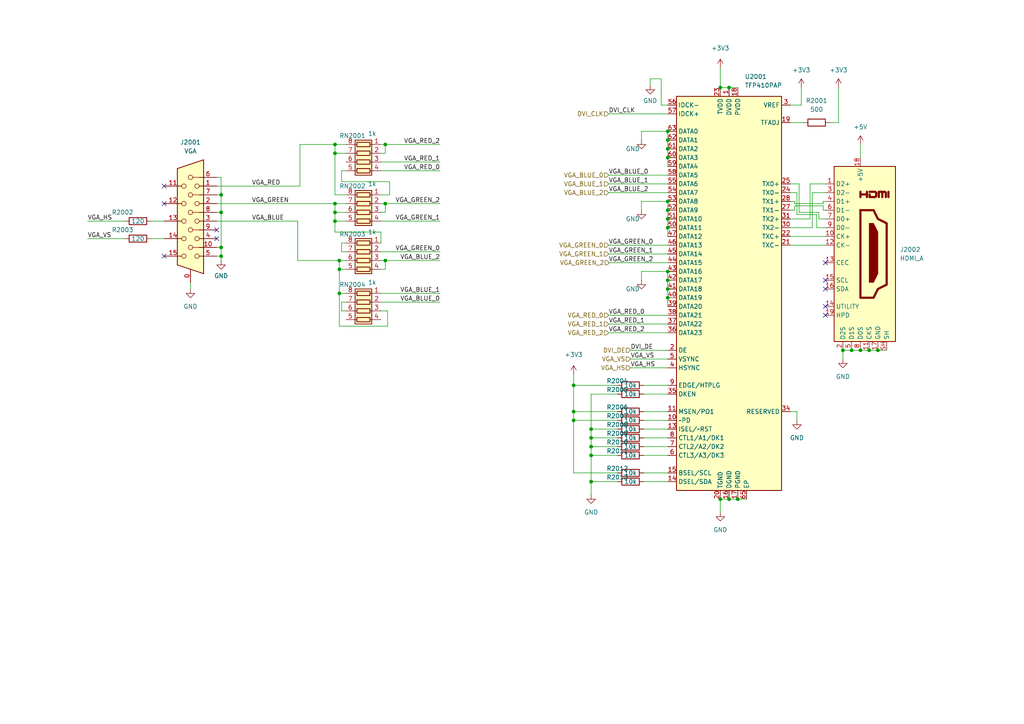
<source format=kicad_sch>
(kicad_sch (version 20211123) (generator eeschema)
  (paper "A4")
  (lib_symbols
    (symbol "Connector:DB15_Female_HighDensity_MountingHoles" (pin_names (offset 1.016) hide)
      (property "Reference" "J" (at 0 21.59 0))
      (property "Value" "DB15_Female_HighDensity_MountingHoles" (at 0 19.05 0))
      (symbol "DB15_Female_HighDensity_MountingHoles_0_1"
        (circle (center -1.905 -10.16) (radius 0.635))
        (circle (center -1.905 -5.08) (radius 0.635))
        (circle (center -1.905 0) (radius 0.635))
        (circle (center -1.905 5.08) (radius 0.635))
        (circle (center -1.905 10.16) (radius 0.635))
        (circle (center 0 -7.62) (radius 0.635))
        (circle (center 0 -2.54) (radius 0.635))
        (polyline (pts (xy -3.175 7.62) (xy -0.635 7.62)))
        (polyline (pts (xy -0.635 -7.62) (xy -3.175 -7.62)))
        (polyline (pts (xy -0.635 -2.54) (xy -3.175 -2.54)))
        (polyline (pts (xy -0.635 2.54) (xy -3.175 2.54)))
        (polyline (pts (xy -0.635 12.7) (xy -3.175 12.7)))
        (polyline (pts (xy -3.81 17.78) (xy -3.81 -15.24) (xy 3.81 -12.7) (xy 3.81 15.24) (xy -3.81 17.78)) (stroke (width 0.254)) (fill (type background)))
        (circle (center 0 2.54) (radius 0.635))
        (circle (center 0 7.62) (radius 0.635))
        (circle (center 0 12.7) (radius 0.635))
        (circle (center 1.905 -10.16) (radius 0.635))
        (circle (center 1.905 -5.08) (radius 0.635))
        (circle (center 1.905 0) (radius 0.635))
        (circle (center 1.905 5.08) (radius 0.635))
        (circle (center 1.905 10.16) (radius 0.635))
      )
      (symbol "DB15_Female_HighDensity_MountingHoles_1_1"
        (pin passive line (at 0 -17.78 90) (length 3.81) (name "~") (number "0"))
        (pin passive line (at -7.62 10.16 0) (length 5.08) (name "~") (number "1"))
        (pin passive line (at -7.62 -7.62 0) (length 5.08) (name "~") (number "10"))
        (pin passive line (at 7.62 10.16 180) (length 5.08) (name "~") (number "11"))
        (pin passive line (at 7.62 5.08 180) (length 5.08) (name "~") (number "12"))
        (pin passive line (at 7.62 0 180) (length 5.08) (name "~") (number "13"))
        (pin passive line (at 7.62 -5.08 180) (length 5.08) (name "~") (number "14"))
        (pin passive line (at 7.62 -10.16 180) (length 5.08) (name "~") (number "15"))
        (pin passive line (at -7.62 5.08 0) (length 5.08) (name "~") (number "2"))
        (pin passive line (at -7.62 0 0) (length 5.08) (name "~") (number "3"))
        (pin passive line (at -7.62 -5.08 0) (length 5.08) (name "~") (number "4"))
        (pin passive line (at -7.62 -10.16 0) (length 5.08) (name "~") (number "5"))
        (pin passive line (at -7.62 12.7 0) (length 5.08) (name "~") (number "6"))
        (pin passive line (at -7.62 7.62 0) (length 5.08) (name "~") (number "7"))
        (pin passive line (at -7.62 2.54 0) (length 5.08) (name "~") (number "8"))
        (pin passive line (at -7.62 -2.54 0) (length 5.08) (name "~") (number "9"))
      )
    )
    (symbol "Connector:HDMI_A"
      (property "Reference" "J" (at -6.35 26.67 0))
      (property "Value" "HDMI_A" (at 10.16 26.67 0))
      (symbol "HDMI_A_0_0"
        (polyline (pts (xy 8.128 16.51) (xy 8.128 18.034)) (stroke (width 0.635)))
        (polyline (pts (xy 0 16.51) (xy 0 18.034) (xy 0 17.272) (xy 1.905 17.272) (xy 1.905 18.034) (xy 1.905 16.51)) (stroke (width 0.635)))
        (polyline (pts (xy 2.667 18.034) (xy 4.318 18.034) (xy 4.572 17.78) (xy 4.572 16.764) (xy 4.318 16.51) (xy 2.667 16.51) (xy 2.667 17.272)) (stroke (width 0.635)))
      )
      (symbol "HDMI_A_0_1"
        (rectangle (start -7.62 25.4) (end 10.16 -25.4) (stroke (width 0.254)) (fill (type background)))
        (polyline (pts (xy 2.54 8.89) (xy 3.81 8.89) (xy 5.08 6.35) (xy 5.08 -5.715) (xy 3.81 -8.255) (xy 2.54 -8.255) (xy 2.54 8.89)) (fill (type outline)))
        (polyline (pts (xy 5.334 16.51) (xy 5.334 18.034) (xy 6.35 18.034) (xy 6.35 16.51) (xy 6.35 18.034) (xy 7.112 18.034) (xy 7.366 17.78) (xy 7.366 16.51)) (stroke (width 0.635)))
        (polyline (pts (xy 0 12.7) (xy 0 -12.7) (xy 3.81 -12.7) (xy 5.08 -10.16) (xy 7.62 -8.89) (xy 7.62 8.89) (xy 5.08 10.16) (xy 3.81 12.7) (xy 0 12.7)) (stroke (width 0.635)))
      )
      (symbol "HDMI_A_1_1"
        (pin passive line (at -10.16 20.32 0) (length 2.54) (name "D2+") (number "1"))
        (pin passive line (at -10.16 5.08 0) (length 2.54) (name "CK+") (number "10"))
        (pin power_in line (at 2.54 -27.94 90) (length 2.54) (name "CKS") (number "11"))
        (pin passive line (at -10.16 2.54 0) (length 2.54) (name "CK-") (number "12"))
        (pin bidirectional line (at -10.16 -2.54 0) (length 2.54) (name "CEC") (number "13"))
        (pin passive line (at -10.16 -15.24 0) (length 2.54) (name "UTILITY") (number "14"))
        (pin passive line (at -10.16 -7.62 0) (length 2.54) (name "SCL") (number "15"))
        (pin bidirectional line (at -10.16 -10.16 0) (length 2.54) (name "SDA") (number "16"))
        (pin power_in line (at 5.08 -27.94 90) (length 2.54) (name "GND") (number "17"))
        (pin power_in line (at 0 27.94 270) (length 2.54) (name "+5V") (number "18"))
        (pin passive line (at -10.16 -17.78 0) (length 2.54) (name "HPD") (number "19"))
        (pin power_in line (at -5.08 -27.94 90) (length 2.54) (name "D2S") (number "2"))
        (pin passive line (at -10.16 17.78 0) (length 2.54) (name "D2-") (number "3"))
        (pin passive line (at -10.16 15.24 0) (length 2.54) (name "D1+") (number "4"))
        (pin power_in line (at -2.54 -27.94 90) (length 2.54) (name "D1S") (number "5"))
        (pin passive line (at -10.16 12.7 0) (length 2.54) (name "D1-") (number "6"))
        (pin passive line (at -10.16 10.16 0) (length 2.54) (name "D0+") (number "7"))
        (pin power_in line (at 0 -27.94 90) (length 2.54) (name "D0S") (number "8"))
        (pin passive line (at -10.16 7.62 0) (length 2.54) (name "D0-") (number "9"))
        (pin passive line (at 7.62 -27.94 90) (length 2.54) (name "SH") (number "SH"))
      )
    )
    (symbol "Device:R" (pin_numbers hide) (pin_names (offset 0))
      (property "Reference" "R" (at 2.032 0 90))
      (property "Value" "R" (at 0 0 90))
      (symbol "R_0_1"
        (rectangle (start -1.016 -2.54) (end 1.016 2.54) (stroke (width 0.254)))
      )
      (symbol "R_1_1"
        (pin passive line (at 0 3.81 270) (length 1.27) (name "~") (number "1"))
        (pin passive line (at 0 -3.81 90) (length 1.27) (name "~") (number "2"))
      )
    )
    (symbol "Device:R_Pack04" (pin_names (offset 0) hide)
      (property "Reference" "RN" (at -7.62 0 90))
      (property "Value" "R_Pack04" (at 5.08 0 90))
      (symbol "R_Pack04_0_1"
        (rectangle (start -6.35 -2.413) (end 3.81 2.413) (stroke (width 0.254)) (fill (type background)))
        (rectangle (start -5.715 1.905) (end -4.445 -1.905) (stroke (width 0.254)))
        (rectangle (start -3.175 1.905) (end -1.905 -1.905) (stroke (width 0.254)))
        (rectangle (start -0.635 1.905) (end 0.635 -1.905) (stroke (width 0.254)))
        (polyline (pts (xy -5.08 -2.54) (xy -5.08 -1.905)))
        (polyline (pts (xy -5.08 1.905) (xy -5.08 2.54)))
        (polyline (pts (xy -2.54 -2.54) (xy -2.54 -1.905)))
        (polyline (pts (xy -2.54 1.905) (xy -2.54 2.54)))
        (polyline (pts (xy 0 -2.54) (xy 0 -1.905)))
        (polyline (pts (xy 0 1.905) (xy 0 2.54)))
        (polyline (pts (xy 2.54 -2.54) (xy 2.54 -1.905)))
        (polyline (pts (xy 2.54 1.905) (xy 2.54 2.54)))
        (rectangle (start 1.905 1.905) (end 3.175 -1.905) (stroke (width 0.254)))
      )
      (symbol "R_Pack04_1_1"
        (pin passive line (at -5.08 -5.08 90) (length 2.54) (name "R1.1") (number "1"))
        (pin passive line (at -2.54 -5.08 90) (length 2.54) (name "R2.1") (number "2"))
        (pin passive line (at 0 -5.08 90) (length 2.54) (name "R3.1") (number "3"))
        (pin passive line (at 2.54 -5.08 90) (length 2.54) (name "R4.1") (number "4"))
        (pin passive line (at 2.54 5.08 270) (length 2.54) (name "R4.2") (number "5"))
        (pin passive line (at 0 5.08 270) (length 2.54) (name "R3.2") (number "6"))
        (pin passive line (at -2.54 5.08 270) (length 2.54) (name "R2.2") (number "7"))
        (pin passive line (at -5.08 5.08 270) (length 2.54) (name "R1.2") (number "8"))
      )
    )
    (symbol "Video:TFP410PAP"
      (property "Reference" "U" (at -13.97 57.15 0))
      (property "Value" "TFP410PAP" (at 11.43 57.15 0))
      (symbol "TFP410PAP_0_1"
        (rectangle (start -15.24 55.88) (end 15.24 -58.42) (stroke (width 0.254)) (fill (type background)))
      )
      (symbol "TFP410PAP_1_1"
        (pin power_in line (at 0 58.42 270) (length 2.54) (name "DVDD") (number "1"))
        (pin input line (at -17.78 -38.1 0) (length 2.54) (name "~PD") (number "10"))
        (pin output line (at -17.78 -35.56 0) (length 2.54) (name "MSEN/PO1") (number "11"))
        (pin passive line (at 0 58.42 270) (length 2.54) hide (name "DVDD") (number "12"))
        (pin input line (at -17.78 -40.64 0) (length 2.54) (name "ISEL/~RST") (number "13"))
        (pin bidirectional line (at -17.78 -55.88 0) (length 2.54) (name "DSEL/SDA") (number "14"))
        (pin input line (at -17.78 -53.34 0) (length 2.54) (name "BSEL/SCL") (number "15"))
        (pin power_in line (at 0 -60.96 90) (length 2.54) (name "DGND") (number "16"))
        (pin power_in line (at 2.54 -60.96 90) (length 2.54) (name "PGND") (number "17"))
        (pin power_in line (at 2.54 58.42 270) (length 2.54) (name "PVDD") (number "18"))
        (pin input line (at 17.78 48.26 180) (length 2.54) (name "TFADJ") (number "19"))
        (pin input line (at -17.78 -17.78 0) (length 2.54) (name "DE") (number "2"))
        (pin power_in line (at -2.54 -60.96 90) (length 2.54) (name "TGND") (number "20"))
        (pin output line (at 17.78 12.7 180) (length 2.54) (name "TXC-") (number "21"))
        (pin output line (at 17.78 15.24 180) (length 2.54) (name "TXC+") (number "22"))
        (pin power_in line (at -2.54 58.42 270) (length 2.54) (name "TVDD") (number "23"))
        (pin output line (at 17.78 27.94 180) (length 2.54) (name "TX0-") (number "24"))
        (pin output line (at 17.78 30.48 180) (length 2.54) (name "TX0+") (number "25"))
        (pin passive line (at -2.54 -60.96 90) (length 2.54) hide (name "TGND") (number "26"))
        (pin output line (at 17.78 22.86 180) (length 2.54) (name "TX1-") (number "27"))
        (pin output line (at 17.78 25.4 180) (length 2.54) (name "TX1+") (number "28"))
        (pin passive line (at -2.54 58.42 270) (length 2.54) hide (name "TVDD") (number "29"))
        (pin input line (at 17.78 53.34 180) (length 2.54) (name "VREF") (number "3"))
        (pin output line (at 17.78 17.78 180) (length 2.54) (name "TX2-") (number "30"))
        (pin output line (at 17.78 20.32 180) (length 2.54) (name "TX2+") (number "31"))
        (pin passive line (at -2.54 -60.96 90) (length 2.54) hide (name "TGND") (number "32"))
        (pin passive line (at 0 58.42 270) (length 2.54) hide (name "DVDD") (number "33"))
        (pin input line (at 17.78 -35.56 180) (length 2.54) (name "RESERVED") (number "34"))
        (pin input line (at -17.78 -30.48 0) (length 2.54) (name "DKEN") (number "35"))
        (pin input line (at -17.78 -12.7 0) (length 2.54) (name "DATA23") (number "36"))
        (pin input line (at -17.78 -10.16 0) (length 2.54) (name "DATA22") (number "37"))
        (pin input line (at -17.78 -7.62 0) (length 2.54) (name "DATA21") (number "38"))
        (pin input line (at -17.78 -5.08 0) (length 2.54) (name "DATA20") (number "39"))
        (pin input line (at -17.78 -22.86 0) (length 2.54) (name "HSYNC") (number "4"))
        (pin input line (at -17.78 -2.54 0) (length 2.54) (name "DATA19") (number "40"))
        (pin input line (at -17.78 0 0) (length 2.54) (name "DATA18") (number "41"))
        (pin input line (at -17.78 2.54 0) (length 2.54) (name "DATA17") (number "42"))
        (pin input line (at -17.78 5.08 0) (length 2.54) (name "DATA16") (number "43"))
        (pin input line (at -17.78 7.62 0) (length 2.54) (name "DATA15") (number "44"))
        (pin input line (at -17.78 10.16 0) (length 2.54) (name "DATA14") (number "45"))
        (pin input line (at -17.78 12.7 0) (length 2.54) (name "DATA13") (number "46"))
        (pin input line (at -17.78 15.24 0) (length 2.54) (name "DATA12") (number "47"))
        (pin passive line (at 0 -60.96 90) (length 2.54) hide (name "DGND") (number "48"))
        (pin no_connect line (at 15.24 -33.02 180) (length 2.54) hide (name "NC") (number "49"))
        (pin input line (at -17.78 -20.32 0) (length 2.54) (name "VSYNC") (number "5"))
        (pin input line (at -17.78 17.78 0) (length 2.54) (name "DATA11") (number "50"))
        (pin input line (at -17.78 20.32 0) (length 2.54) (name "DATA10") (number "51"))
        (pin input line (at -17.78 22.86 0) (length 2.54) (name "DATA9") (number "52"))
        (pin input line (at -17.78 25.4 0) (length 2.54) (name "DATA8") (number "53"))
        (pin input line (at -17.78 27.94 0) (length 2.54) (name "DATA7") (number "54"))
        (pin input line (at -17.78 30.48 0) (length 2.54) (name "DATA6") (number "55"))
        (pin input line (at -17.78 53.34 0) (length 2.54) (name "IDCK-") (number "56"))
        (pin input line (at -17.78 50.8 0) (length 2.54) (name "IDCK+") (number "57"))
        (pin input line (at -17.78 33.02 0) (length 2.54) (name "DATA5") (number "58"))
        (pin input line (at -17.78 35.56 0) (length 2.54) (name "DATA4") (number "59"))
        (pin input line (at -17.78 -48.26 0) (length 2.54) (name "CTL3/A3/DK3") (number "6"))
        (pin input line (at -17.78 38.1 0) (length 2.54) (name "DATA3") (number "60"))
        (pin input line (at -17.78 40.64 0) (length 2.54) (name "DATA2") (number "61"))
        (pin input line (at -17.78 43.18 0) (length 2.54) (name "DATA1") (number "62"))
        (pin input line (at -17.78 45.72 0) (length 2.54) (name "DATA0") (number "63"))
        (pin passive line (at 0 -60.96 90) (length 2.54) hide (name "DGND") (number "64"))
        (pin power_in line (at 5.08 -60.96 90) (length 2.54) (name "EP") (number "65"))
        (pin input line (at -17.78 -45.72 0) (length 2.54) (name "CTL2/A2/DK2") (number "7"))
        (pin input line (at -17.78 -43.18 0) (length 2.54) (name "CTL1/A1/DK1") (number "8"))
        (pin input line (at -17.78 -27.94 0) (length 2.54) (name "EDGE/HTPLG") (number "9"))
      )
    )
    (symbol "power:+3V3" (power) (pin_names (offset 0))
      (property "Value" "+3V3" (at 0 3.556 0))
      (symbol "+3V3_0_1"
        (polyline (pts (xy -0.762 1.27) (xy 0 2.54)))
        (polyline (pts (xy 0 0) (xy 0 2.54)))
        (polyline (pts (xy 0 2.54) (xy 0.762 1.27)))
      )
      (symbol "+3V3_1_1"
        (pin power_in line (at 0 0 90) (length 0) hide (name "+3V3") (number "1"))
      )
    )
    (symbol "power:+5V" (power) (pin_names (offset 0))
      (property "Value" "+5V" (at 0 3.556 0))
      (symbol "+5V_0_1"
        (polyline (pts (xy -0.762 1.27) (xy 0 2.54)))
        (polyline (pts (xy 0 0) (xy 0 2.54)))
        (polyline (pts (xy 0 2.54) (xy 0.762 1.27)))
      )
      (symbol "+5V_1_1"
        (pin power_in line (at 0 0 90) (length 0) hide (name "+5V") (number "1"))
      )
    )
    (symbol "power:GND" (power) (pin_names (offset 0))
      (property "Value" "GND" (at 0 -3.81 0))
      (symbol "GND_0_1"
        (polyline (pts (xy 0 0) (xy 0 -1.27) (xy 1.27 -1.27) (xy 0 -2.54) (xy -1.27 -1.27) (xy 0 -1.27)))
      )
      (symbol "GND_1_1"
        (pin power_in line (at 0 0 270) (length 0) hide (name "GND") (number "1"))
      )
    )
  )
  (junction (at 97.155 64.135))
  (junction (at 211.455 25.4))
  (junction (at 249.555 101.6))
  (junction (at 208.915 25.4))
  (junction (at 193.675 86.36))
  (junction (at 171.45 132.08))
  (junction (at 98.425 78.105))
  (junction (at 98.425 85.09))
  (junction (at 193.675 40.64))
  (junction (at 64.135 56.515))
  (junction (at 171.45 124.46))
  (junction (at 244.475 101.6))
  (junction (at 213.995 144.78))
  (junction (at 111.76 41.91))
  (junction (at 193.675 63.5))
  (junction (at 64.135 71.755))
  (junction (at 171.45 129.54))
  (junction (at 208.915 144.78))
  (junction (at 111.76 75.565))
  (junction (at 193.675 38.1))
  (junction (at 193.675 58.42))
  (junction (at 254.635 101.6))
  (junction (at 98.425 75.565))
  (junction (at 211.455 144.78))
  (junction (at 166.37 119.38))
  (junction (at 193.675 83.82))
  (junction (at 171.45 127))
  (junction (at 171.45 139.7))
  (junction (at 97.155 61.595))
  (junction (at 64.135 61.595))
  (junction (at 247.015 101.6))
  (junction (at 97.155 59.055))
  (junction (at 111.76 59.055))
  (junction (at 193.675 81.28))
  (junction (at 193.675 60.96))
  (junction (at 252.095 101.6))
  (junction (at 166.37 121.92))
  (junction (at 193.675 43.18))
  (junction (at 193.675 78.74))
  (junction (at 166.37 111.76))
  (junction (at 193.675 66.04))
  (junction (at 97.155 44.45))
  (junction (at 64.135 74.295))
  (junction (at 97.155 41.91))
  (junction (at 193.675 45.72))
  (no_connect (at 47.625 74.295))
  (no_connect (at 239.395 91.44))
  (no_connect (at 239.395 88.9))
  (no_connect (at 62.865 66.675))
  (no_connect (at 47.625 59.055))
  (no_connect (at 62.865 69.215))
  (no_connect (at 47.625 53.975))
  (no_connect (at 239.395 83.82))
  (no_connect (at 239.395 81.28))
  (no_connect (at 239.395 76.2))
  (wire (pts (xy 86.995 41.91) (xy 97.155 41.91)))
  (wire (pts (xy 64.135 75.565) (xy 64.135 74.295)))
  (wire (pts (xy 193.675 58.42) (xy 193.675 60.96)))
  (wire (pts (xy 171.45 127) (xy 179.07 127)))
  (wire (pts (xy 234.95 63.5) (xy 234.95 53.34)))
  (wire (pts (xy 182.88 101.6) (xy 193.675 101.6)))
  (wire (pts (xy 182.88 106.68) (xy 193.675 106.68)))
  (wire (pts (xy 166.37 119.38) (xy 166.37 121.92)))
  (wire (pts (xy 111.76 75.565) (xy 127.635 75.565)))
  (wire (pts (xy 97.155 44.45) (xy 97.155 41.91)))
  (wire (pts (xy 208.915 144.78) (xy 211.455 144.78)))
  (wire (pts (xy 62.865 53.975) (xy 86.995 53.975)))
  (wire (pts (xy 99.06 52.705) (xy 113.03 52.705)))
  (wire (pts (xy 193.675 55.88) (xy 176.53 55.88)))
  (wire (pts (xy 229.235 66.04) (xy 235.585 66.04)))
  (wire (pts (xy 188.595 24.765) (xy 188.595 22.86)))
  (wire (pts (xy 86.36 64.135) (xy 86.36 75.565)))
  (wire (pts (xy 193.675 50.8) (xy 176.53 50.8)))
  (wire (pts (xy 230.505 58.42) (xy 229.235 58.42)))
  (wire (pts (xy 113.03 52.705) (xy 113.03 56.515)))
  (wire (pts (xy 99.06 73.025) (xy 100.33 73.025)))
  (wire (pts (xy 62.865 56.515) (xy 64.135 56.515)))
  (wire (pts (xy 193.675 86.36) (xy 193.675 88.9)))
  (wire (pts (xy 229.235 60.96) (xy 230.505 60.96)))
  (wire (pts (xy 186.055 78.74) (xy 186.055 81.28)))
  (wire (pts (xy 97.155 64.135) (xy 97.155 61.595)))
  (wire (pts (xy 100.33 64.135) (xy 97.155 64.135)))
  (wire (pts (xy 100.33 56.515) (xy 97.155 56.515)))
  (wire (pts (xy 171.45 132.08) (xy 171.45 139.7)))
  (wire (pts (xy 193.675 66.04) (xy 193.675 68.58)))
  (wire (pts (xy 236.855 62.23) (xy 231.14 62.23)))
  (wire (pts (xy 229.235 68.58) (xy 239.395 68.58)))
  (wire (pts (xy 193.675 38.1) (xy 186.055 38.1)))
  (wire (pts (xy 193.675 60.96) (xy 193.675 63.5)))
  (wire (pts (xy 86.995 41.91) (xy 86.995 53.975)))
  (wire (pts (xy 176.53 33.02) (xy 193.675 33.02)))
  (wire (pts (xy 111.76 59.055) (xy 127.635 59.055)))
  (wire (pts (xy 211.455 25.4) (xy 213.995 25.4)))
  (wire (pts (xy 25.4 69.215) (xy 36.195 69.215)))
  (wire (pts (xy 100.33 61.595) (xy 97.155 61.595)))
  (wire (pts (xy 231.14 55.88) (xy 229.235 55.88)))
  (wire (pts (xy 230.505 59.055) (xy 230.505 58.42)))
  (wire (pts (xy 98.425 78.105) (xy 98.425 85.09)))
  (wire (pts (xy 235.585 55.88) (xy 239.395 55.88)))
  (wire (pts (xy 166.37 121.92) (xy 166.37 137.16)))
  (wire (pts (xy 243.205 25.4) (xy 243.205 35.56)))
  (wire (pts (xy 186.69 137.16) (xy 193.675 137.16)))
  (wire (pts (xy 99.06 49.53) (xy 100.33 49.53)))
  (wire (pts (xy 62.865 51.435) (xy 64.135 51.435)))
  (wire (pts (xy 110.49 49.53) (xy 127.635 49.53)))
  (wire (pts (xy 112.395 90.17) (xy 112.395 94.615)))
  (wire (pts (xy 113.03 56.515) (xy 110.49 56.515)))
  (wire (pts (xy 62.865 64.135) (xy 86.36 64.135)))
  (wire (pts (xy 110.49 85.09) (xy 127.635 85.09)))
  (wire (pts (xy 193.675 45.72) (xy 193.675 48.26)))
  (wire (pts (xy 193.675 73.66) (xy 176.53 73.66)))
  (wire (pts (xy 64.135 74.295) (xy 62.865 74.295)))
  (wire (pts (xy 191.77 22.86) (xy 191.77 30.48)))
  (wire (pts (xy 98.425 78.105) (xy 100.33 78.105)))
  (wire (pts (xy 237.49 61.595) (xy 237.49 63.5)))
  (wire (pts (xy 99.06 70.485) (xy 99.06 73.025)))
  (wire (pts (xy 110.49 70.485) (xy 110.49 67.31)))
  (wire (pts (xy 229.235 63.5) (xy 234.95 63.5)))
  (wire (pts (xy 112.395 94.615) (xy 98.425 94.615)))
  (wire (pts (xy 191.77 30.48) (xy 193.675 30.48)))
  (wire (pts (xy 62.865 59.055) (xy 97.155 59.055)))
  (wire (pts (xy 186.69 111.76) (xy 193.675 111.76)))
  (wire (pts (xy 249.555 41.91) (xy 249.555 45.72)))
  (wire (pts (xy 110.49 75.565) (xy 111.76 75.565)))
  (wire (pts (xy 171.45 124.46) (xy 171.45 127)))
  (wire (pts (xy 97.155 67.31) (xy 97.155 64.135)))
  (wire (pts (xy 100.33 44.45) (xy 97.155 44.45)))
  (wire (pts (xy 211.455 144.78) (xy 213.995 144.78)))
  (wire (pts (xy 186.69 124.46) (xy 193.675 124.46)))
  (wire (pts (xy 236.855 66.04) (xy 236.855 62.23)))
  (wire (pts (xy 249.555 101.6) (xy 252.095 101.6)))
  (wire (pts (xy 252.095 101.6) (xy 254.635 101.6)))
  (wire (pts (xy 193.675 83.82) (xy 193.675 86.36)))
  (wire (pts (xy 110.49 59.055) (xy 111.76 59.055)))
  (wire (pts (xy 231.14 119.38) (xy 229.235 119.38)))
  (wire (pts (xy 55.245 81.915) (xy 55.245 83.82)))
  (wire (pts (xy 179.07 114.3) (xy 171.45 114.3)))
  (wire (pts (xy 193.675 58.42) (xy 186.055 58.42)))
  (wire (pts (xy 100.33 87.63) (xy 99.06 87.63)))
  (wire (pts (xy 86.36 75.565) (xy 98.425 75.565)))
  (wire (pts (xy 193.675 78.74) (xy 186.055 78.74)))
  (wire (pts (xy 186.69 129.54) (xy 193.675 129.54)))
  (wire (pts (xy 231.775 61.595) (xy 237.49 61.595)))
  (wire (pts (xy 110.49 46.99) (xy 127.635 46.99)))
  (wire (pts (xy 239.395 58.42) (xy 238.76 58.42)))
  (wire (pts (xy 166.37 108.585) (xy 166.37 111.76)))
  (wire (pts (xy 232.41 25.4) (xy 232.41 30.48)))
  (wire (pts (xy 238.76 60.96) (xy 239.395 60.96)))
  (wire (pts (xy 229.235 71.12) (xy 239.395 71.12)))
  (wire (pts (xy 100.33 70.485) (xy 99.06 70.485)))
  (wire (pts (xy 43.815 69.215) (xy 47.625 69.215)))
  (wire (pts (xy 229.235 35.56) (xy 233.045 35.56)))
  (wire (pts (xy 171.45 129.54) (xy 179.07 129.54)))
  (wire (pts (xy 238.76 58.42) (xy 238.76 59.055)))
  (wire (pts (xy 229.235 30.48) (xy 232.41 30.48)))
  (wire (pts (xy 98.425 75.565) (xy 100.33 75.565)))
  (wire (pts (xy 208.915 25.4) (xy 211.455 25.4)))
  (wire (pts (xy 193.675 76.2) (xy 176.53 76.2)))
  (wire (pts (xy 99.06 49.53) (xy 99.06 52.705)))
  (wire (pts (xy 110.49 90.17) (xy 112.395 90.17)))
  (wire (pts (xy 238.76 59.69) (xy 238.76 60.96)))
  (wire (pts (xy 208.915 19.685) (xy 208.915 25.4)))
  (wire (pts (xy 193.675 93.98) (xy 176.53 93.98)))
  (wire (pts (xy 171.45 129.54) (xy 171.45 132.08)))
  (wire (pts (xy 110.49 67.31) (xy 97.155 67.31)))
  (wire (pts (xy 186.69 114.3) (xy 193.675 114.3)))
  (wire (pts (xy 186.69 139.7) (xy 193.675 139.7)))
  (wire (pts (xy 231.14 62.23) (xy 231.14 55.88)))
  (wire (pts (xy 110.49 64.135) (xy 127.635 64.135)))
  (wire (pts (xy 230.505 60.96) (xy 230.505 59.69)))
  (wire (pts (xy 99.06 90.17) (xy 100.33 90.17)))
  (wire (pts (xy 110.49 44.45) (xy 111.76 44.45)))
  (wire (pts (xy 237.49 63.5) (xy 239.395 63.5)))
  (wire (pts (xy 238.76 59.055) (xy 230.505 59.055)))
  (wire (pts (xy 98.425 75.565) (xy 98.425 78.105)))
  (wire (pts (xy 43.815 64.135) (xy 47.625 64.135)))
  (wire (pts (xy 171.45 139.7) (xy 171.45 143.51)))
  (wire (pts (xy 231.14 121.92) (xy 231.14 119.38)))
  (wire (pts (xy 99.06 87.63) (xy 99.06 90.17)))
  (wire (pts (xy 171.45 132.08) (xy 179.07 132.08)))
  (wire (pts (xy 193.675 40.64) (xy 193.675 43.18)))
  (wire (pts (xy 111.76 44.45) (xy 111.76 41.91)))
  (wire (pts (xy 64.135 61.595) (xy 64.135 71.755)))
  (wire (pts (xy 193.675 71.12) (xy 176.53 71.12)))
  (wire (pts (xy 243.205 35.56) (xy 240.665 35.56)))
  (wire (pts (xy 166.37 111.76) (xy 179.07 111.76)))
  (wire (pts (xy 166.37 111.76) (xy 166.37 119.38)))
  (wire (pts (xy 62.865 61.595) (xy 64.135 61.595)))
  (wire (pts (xy 97.155 56.515) (xy 97.155 44.45)))
  (wire (pts (xy 64.135 51.435) (xy 64.135 56.515)))
  (wire (pts (xy 186.69 121.92) (xy 193.675 121.92)))
  (wire (pts (xy 186.055 38.1) (xy 186.055 40.64)))
  (wire (pts (xy 186.69 119.38) (xy 193.675 119.38)))
  (wire (pts (xy 111.76 41.91) (xy 127.635 41.91)))
  (wire (pts (xy 97.155 41.91) (xy 100.33 41.91)))
  (wire (pts (xy 64.135 71.755) (xy 64.135 74.295)))
  (wire (pts (xy 230.505 59.69) (xy 238.76 59.69)))
  (wire (pts (xy 171.45 139.7) (xy 179.07 139.7)))
  (wire (pts (xy 100.33 85.09) (xy 98.425 85.09)))
  (wire (pts (xy 235.585 66.04) (xy 235.585 55.88)))
  (wire (pts (xy 97.155 61.595) (xy 97.155 59.055)))
  (wire (pts (xy 186.055 58.42) (xy 186.055 60.96)))
  (wire (pts (xy 254.635 101.6) (xy 257.175 101.6)))
  (wire (pts (xy 110.49 61.595) (xy 111.76 61.595)))
  (wire (pts (xy 231.775 53.34) (xy 231.775 61.595)))
  (wire (pts (xy 97.155 59.055) (xy 100.33 59.055)))
  (wire (pts (xy 239.395 66.04) (xy 236.855 66.04)))
  (wire (pts (xy 193.675 91.44) (xy 176.53 91.44)))
  (wire (pts (xy 208.915 144.78) (xy 208.915 148.59)))
  (wire (pts (xy 234.95 53.34) (xy 239.395 53.34)))
  (wire (pts (xy 186.69 127) (xy 193.675 127)))
  (wire (pts (xy 193.675 63.5) (xy 193.675 66.04)))
  (wire (pts (xy 166.37 121.92) (xy 179.07 121.92)))
  (wire (pts (xy 111.76 61.595) (xy 111.76 59.055)))
  (wire (pts (xy 247.015 101.6) (xy 249.555 101.6)))
  (wire (pts (xy 171.45 127) (xy 171.45 129.54)))
  (wire (pts (xy 244.475 101.6) (xy 247.015 101.6)))
  (wire (pts (xy 166.37 137.16) (xy 179.07 137.16)))
  (wire (pts (xy 110.49 87.63) (xy 127.635 87.63)))
  (wire (pts (xy 110.49 73.025) (xy 127.635 73.025)))
  (wire (pts (xy 193.675 43.18) (xy 193.675 45.72)))
  (wire (pts (xy 193.675 96.52) (xy 176.53 96.52)))
  (wire (pts (xy 193.675 38.1) (xy 193.675 40.64)))
  (wire (pts (xy 229.235 53.34) (xy 231.775 53.34)))
  (wire (pts (xy 110.49 78.105) (xy 111.76 78.105)))
  (wire (pts (xy 110.49 41.91) (xy 111.76 41.91)))
  (wire (pts (xy 193.675 81.28) (xy 193.675 83.82)))
  (wire (pts (xy 171.45 114.3) (xy 171.45 124.46)))
  (wire (pts (xy 193.675 53.34) (xy 176.53 53.34)))
  (wire (pts (xy 25.4 64.135) (xy 36.195 64.135)))
  (wire (pts (xy 193.675 78.74) (xy 193.675 81.28)))
  (wire (pts (xy 171.45 124.46) (xy 179.07 124.46)))
  (wire (pts (xy 186.69 132.08) (xy 193.675 132.08)))
  (wire (pts (xy 98.425 85.09) (xy 98.425 94.615)))
  (wire (pts (xy 188.595 22.86) (xy 191.77 22.86)))
  (wire (pts (xy 244.475 101.6) (xy 244.475 104.14)))
  (wire (pts (xy 213.995 144.78) (xy 216.535 144.78)))
  (wire (pts (xy 64.135 56.515) (xy 64.135 61.595)))
  (wire (pts (xy 166.37 119.38) (xy 179.07 119.38)))
  (wire (pts (xy 182.88 104.14) (xy 193.675 104.14)))
  (wire (pts (xy 62.865 71.755) (xy 64.135 71.755)))
  (wire (pts (xy 111.76 78.105) (xy 111.76 75.565)))
  (label "VGA_GREEN" (at 73.025 59.055 0))
  (label "VGA_RED_1" (at 176.53 93.98 0))
  (label "VGA_BLUE_1" (at 176.53 53.34 0))
  (label "VGA_RED" (at 73.025 53.975 0))
  (label "VGA_BLUE" (at 73.025 64.135 0))
  (label "VGA_RED_0" (at 176.53 91.44 0))
  (label "DVI_CLK" (at 176.53 33.02 0))
  (label "VGA_BLUE_0" (at 176.53 50.8 0))
  (label "VGA_HS" (at 25.4 64.135 0))
  (label "VGA_BLUE_1" (at 127.635 85.09 180))
  (label "VGA_BLUE_2" (at 176.53 55.88 0))
  (label "VGA_VS" (at 182.88 104.14 0))
  (label "VGA_RED_0" (at 127.635 49.53 180))
  (label "VGA_BLUE_0" (at 127.635 87.63 180))
  (label "VGA_GREEN_0" (at 176.53 71.12 0))
  (label "VGA_HS" (at 182.88 106.68 0))
  (label "VGA_GREEN_0" (at 127.635 73.025 180))
  (label "VGA_RED_2" (at 176.53 96.52 0))
  (label "VGA_GREEN_2" (at 176.53 76.2 0))
  (label "VGA_GREEN_2" (at 127.635 59.055 180))
  (label "VGA_RED_1" (at 127.635 46.99 180))
  (label "VGA_GREEN_1" (at 127.635 64.135 180))
  (label "VGA_GREEN_1" (at 176.53 73.66 0))
  (label "VGA_RED_2" (at 127.635 41.91 180))
  (label "VGA_BLUE_2" (at 127.635 75.565 180))
  (label "DVI_DE" (at 182.88 101.6 0))
  (label "VGA_VS" (at 25.4 69.215 0))
  (hierarchical_label "VGA_BLUE_2" (shape input) (at 176.53 55.88 180))
  (hierarchical_label "VGA_GREEN_1" (shape input) (at 176.53 73.66 180))
  (hierarchical_label "VGA_GREEN_2" (shape input) (at 176.7484 76.2 180))
  (hierarchical_label "VGA_GREEN_0" (shape input) (at 176.53 71.12 180))
  (hierarchical_label "VGA_RED_2" (shape input) (at 176.53 96.52 180))
  (hierarchical_label "DVI_CLK" (shape input) (at 176.53 33.02 180))
  (hierarchical_label "VGA_HS" (shape input) (at 182.88 106.68 180))
  (hierarchical_label "DVI_DE" (shape input) (at 182.88 101.6 180))
  (hierarchical_label "VGA_RED_1" (shape input) (at 176.53 93.98 180))
  (hierarchical_label "VGA_VS" (shape input) (at 182.88 104.14 180))
  (hierarchical_label "VGA_BLUE_1" (shape input) (at 176.53 53.34 180))
  (hierarchical_label "VGA_BLUE_0" (shape input) (at 176.53 50.8 180))
  (hierarchical_label "VGA_RED_0" (shape input) (at 176.53 91.44 180))
  (symbol (lib_id "Device:R") (at 40.005 69.215 90) (unit 1)
    (property "Reference" "R2003" (at 35.56 66.675 90))
    (property "Value" "120" (at 40.005 69.215 90))
    (property "Footprint" "Resistor_SMD:R_0603_1608Metric_Pad0.98x0.95mm_HandSolder" (effects hide))
  )
  (symbol (lib_id "Device:R_Pack04") (at 105.41 90.17 90) (mirror x) (unit 1)
    (property "Reference" "RN2004" (at 102.235 82.55 90))
    (property "Value" "1k" (at 107.95 81.915 90))
    (property "Footprint" "Resistor_SMD:R_Array_Concave_4x0402" (effects hide))
  )
  (symbol (lib_id "Device:R") (at 182.88 137.16 90) (unit 1)
    (property "Reference" "R2012" (at 179.07 135.89 90))
    (property "Value" "10k" (at 182.88 137.16 90))
    (property "Footprint" "Resistor_SMD:R_0603_1608Metric_Pad0.98x0.95mm_HandSolder" (effects hide))
  )
  (symbol (lib_id "power:+3V3") (at 166.37 108.585 0) (unit 1)
    (property "Reference" "#PWR02012" (effects hide))
    (property "Value" "+3V3" (at 166.37 102.87 0))
  )
  (symbol (lib_id "power:+3V3") (at 243.205 25.4 0) (unit 1)
    (property "Reference" "#PWR02004" (effects hide))
    (property "Value" "+3V3" (at 243.205 20.32 0))
  )
  (symbol (lib_id "power:GND") (at 244.475 104.14 0) (unit 1)
    (property "Reference" "#PWR02011" (effects hide))
    (property "Value" "GND" (at 244.475 109.22 0))
  )
  (symbol (lib_id "Device:R") (at 182.88 119.38 90) (unit 1)
    (property "Reference" "R2006" (at 179.07 118.11 90))
    (property "Value" "10k" (at 182.88 119.38 90))
    (property "Footprint" "Resistor_SMD:R_0603_1608Metric_Pad0.98x0.95mm_HandSolder" (effects hide))
  )
  (symbol (lib_id "Device:R") (at 40.005 64.135 90) (unit 1)
    (property "Reference" "R2002" (at 35.56 61.595 90))
    (property "Value" "120" (at 40.005 64.135 90))
    (property "Footprint" "Resistor_SMD:R_0603_1608Metric_Pad0.98x0.95mm_HandSolder" (effects hide))
  )
  (symbol (lib_id "Device:R_Pack04") (at 105.41 61.595 90) (mirror x) (unit 1)
    (property "Reference" "RN2002" (at 102.235 53.975 90))
    (property "Value" "1k" (at 107.95 53.34 90))
    (property "Footprint" "Resistor_SMD:R_Array_Concave_4x0402" (effects hide))
  )
  (symbol (lib_id "power:+3V3") (at 232.41 25.4 0) (unit 1)
    (property "Reference" "#PWR02003" (effects hide))
    (property "Value" "+3V3" (at 232.41 20.32 0))
  )
  (symbol (lib_id "Device:R") (at 182.88 129.54 90) (unit 1)
    (property "Reference" "R2010" (at 179.07 128.27 90))
    (property "Value" "10k" (at 182.88 129.54 90))
    (property "Footprint" "Resistor_SMD:R_0603_1608Metric_Pad0.98x0.95mm_HandSolder" (effects hide))
  )
  (symbol (lib_id "power:GND") (at 186.055 40.64 0) (unit 1)
    (property "Reference" "#PWR02005" (effects hide))
    (property "Value" "GND" (at 183.515 43.18 0))
  )
  (symbol (lib_id "power:+3V3") (at 208.915 19.685 0) (unit 1)
    (property "Reference" "#PWR02001" (effects hide))
    (property "Value" "+3V3" (at 208.915 13.97 0))
  )
  (symbol (lib_id "power:GND") (at 231.14 121.92 0) (unit 1)
    (property "Reference" "#PWR02013" (effects hide))
    (property "Value" "GND" (at 231.14 127 0))
  )
  (symbol (lib_id "power:+5V") (at 249.555 41.91 0) (unit 1)
    (property "Reference" "#PWR02006" (effects hide))
    (property "Value" "+5V" (at 249.555 36.83 0))
  )
  (symbol (lib_id "Connector:HDMI_A") (at 249.555 73.66 0) (unit 1)
    (property "Reference" "J2002" (at 260.985 72.3899 0) (effects (justify left)))
    (property "Value" "HDMI_A" (at 260.985 74.9299 0) (effects (justify left)))
    (property "Footprint" "Connector_HDMI:10029449-111RLF" (effects hide))
    (property "Datasheet" "https://en.wikipedia.org/wiki/HDMI" (effects hide))
  )
  (symbol (lib_id "Device:R") (at 182.88 111.76 90) (unit 1)
    (property "Reference" "R2004" (at 179.07 110.49 90))
    (property "Value" "10k" (at 182.88 111.76 90))
    (property "Footprint" "Resistor_SMD:R_0603_1608Metric_Pad0.98x0.95mm_HandSolder" (effects hide))
  )
  (symbol (lib_id "power:GND") (at 186.055 60.96 0) (unit 1)
    (property "Reference" "#PWR02007" (effects hide))
    (property "Value" "GND" (at 183.515 63.5 0))
  )
  (symbol (lib_id "Device:R") (at 182.88 124.46 90) (unit 1)
    (property "Reference" "R2008" (at 179.07 123.19 90))
    (property "Value" "10k" (at 182.88 124.46 90))
    (property "Footprint" "Resistor_SMD:R_0603_1608Metric_Pad0.98x0.95mm_HandSolder" (effects hide))
  )
  (symbol (lib_id "Device:R") (at 182.88 132.08 90) (unit 1)
    (property "Reference" "R2011" (at 179.07 130.81 90))
    (property "Value" "10k" (at 182.88 132.08 90))
    (property "Footprint" "Resistor_SMD:R_0603_1608Metric_Pad0.98x0.95mm_HandSolder" (effects hide))
  )
  (symbol (lib_id "power:GND") (at 208.915 148.59 0) (unit 1)
    (property "Reference" "#PWR02015" (effects hide))
    (property "Value" "GND" (at 208.915 153.67 0))
  )
  (symbol (lib_id "power:GND") (at 186.055 81.28 0) (unit 1)
    (property "Reference" "#PWR02009" (effects hide))
    (property "Value" "GND" (at 183.515 83.82 0))
  )
  (symbol (lib_id "power:GND") (at 188.595 24.765 0) (unit 1)
    (property "Reference" "#PWR02002" (effects hide))
    (property "Value" "GND" (at 188.595 29.21 0))
  )
  (symbol (lib_id "Device:R") (at 182.88 127 90) (unit 1)
    (property "Reference" "R2009" (at 179.07 125.73 90))
    (property "Value" "10k" (at 182.88 127 90))
    (property "Footprint" "Resistor_SMD:R_0603_1608Metric_Pad0.98x0.95mm_HandSolder" (effects hide))
  )
  (symbol (lib_id "Device:R") (at 236.855 35.56 90) (unit 1)
    (property "Reference" "R2001" (at 236.855 29.21 90))
    (property "Value" "500" (at 236.855 31.75 90))
    (property "Footprint" "Resistor_SMD:R_0603_1608Metric_Pad0.98x0.95mm_HandSolder" (effects hide))
  )
  (symbol (lib_id "Video:TFP410PAP") (at 211.455 83.82 0) (unit 1)
    (property "Reference" "U2001" (at 216.0144 22.225 0) (effects (justify left)))
    (property "Value" "TFP410PAP" (at 216.0144 24.765 0) (effects (justify left)))
    (property "Footprint" "Package_QFP:HTQFP-64-1EP_10x10mm_P0.5mm_EP8x8mm_Mask4.4x4.4mm_ThermalVias" (effects hide))
    (property "Datasheet" "http://www.ti.com/lit/ds/symlink/tfp410.pdf" (effects hide))
  )
  (symbol (lib_id "Device:R") (at 182.88 139.7 90) (unit 1)
    (property "Reference" "R2013" (at 179.07 138.43 90))
    (property "Value" "10k" (at 182.88 139.7 90))
    (property "Footprint" "Resistor_SMD:R_0603_1608Metric_Pad0.98x0.95mm_HandSolder" (effects hide))
  )
  (symbol (lib_id "Device:R_Pack04") (at 105.41 46.99 90) (mirror x) (unit 1)
    (property "Reference" "RN2001" (at 102.235 39.37 90))
    (property "Value" "1k" (at 107.95 38.735 90))
    (property "Footprint" "Resistor_SMD:R_Array_Concave_4x0402" (effects hide))
  )
  (symbol (lib_id "Device:R_Pack04") (at 105.41 75.565 90) (mirror x) (unit 1)
    (property "Reference" "RN2003" (at 102.235 67.945 90))
    (property "Value" "1k" (at 107.95 67.31 90))
    (property "Footprint" "Resistor_SMD:R_Array_Concave_4x0402" (effects hide))
  )
  (symbol (lib_id "Device:R") (at 182.88 114.3 90) (unit 1)
    (property "Reference" "R2005" (at 179.07 113.03 90))
    (property "Value" "10k" (at 182.88 114.3 90))
    (property "Footprint" "Resistor_SMD:R_0603_1608Metric_Pad0.98x0.95mm_HandSolder" (effects hide))
  )
  (symbol (lib_id "Connector:DB15_Female_HighDensity_MountingHoles") (at 55.245 64.135 0) (mirror y) (unit 1)
    (property "Reference" "J2001" (at 55.245 41.275 0))
    (property "Value" "VGA" (at 55.245 43.815 0))
    (property "Footprint" "Connector_Dsub:ICD15S13E4GX00LF" (effects hide))
    (property "Datasheet" "https://cdn.amphenol-cs.com/media/wysiwyg/files/drawing/c-cd-0011.pdf" (effects hide))
    (property "Link" "https://www.digikey.com/en/products/detail/amphenol-cs-fci/ICD15S13E4GX00LF/1536501" (effects hide))
    (property "Part Name" "ICD15S13E4GX00LF" (effects hide))
  )
  (symbol (lib_id "power:GND") (at 171.45 143.51 0) (unit 1)
    (property "Reference" "#PWR02014" (effects hide))
    (property "Value" "GND" (at 171.45 148.59 0))
  )
  (symbol (lib_id "power:GND") (at 55.245 83.82 0) (unit 1)
    (property "Reference" "#PWR02010" (effects hide))
    (property "Value" "GND" (at 55.245 88.9 0))
  )
  (symbol (lib_id "power:GND") (at 64.135 75.565 0) (unit 1)
    (property "Reference" "#PWR02008" (effects hide))
    (property "Value" "GND" (at 64.135 80.01 0))
  )
  (symbol (lib_id "Device:R") (at 182.88 121.92 90) (unit 1)
    (property "Reference" "R2007" (at 179.07 120.65 90))
    (property "Value" "10k" (at 182.88 121.92 90))
    (property "Footprint" "Resistor_SMD:R_0603_1608Metric_Pad0.98x0.95mm_HandSolder" (effects hide))
  )
)
</source>
